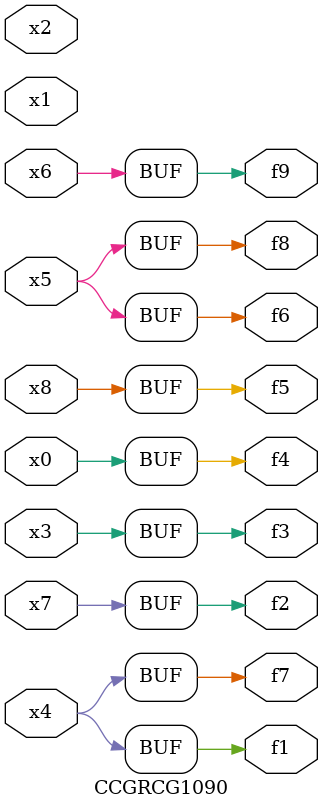
<source format=v>
module CCGRCG1090(
	input x0, x1, x2, x3, x4, x5, x6, x7, x8,
	output f1, f2, f3, f4, f5, f6, f7, f8, f9
);
	assign f1 = x4;
	assign f2 = x7;
	assign f3 = x3;
	assign f4 = x0;
	assign f5 = x8;
	assign f6 = x5;
	assign f7 = x4;
	assign f8 = x5;
	assign f9 = x6;
endmodule

</source>
